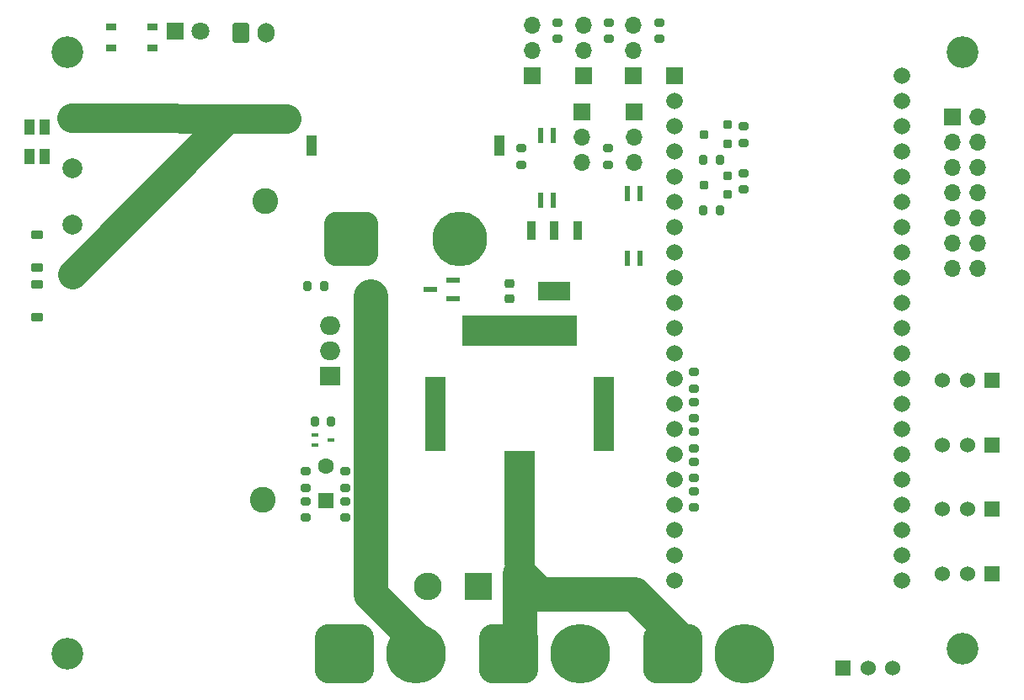
<source format=gbr>
%TF.GenerationSoftware,KiCad,Pcbnew,8.0.4*%
%TF.CreationDate,2024-08-16T06:12:58+09:00*%
%TF.ProjectId,chibarobo_board_2024,63686962-6172-46f6-926f-5f626f617264,rev?*%
%TF.SameCoordinates,Original*%
%TF.FileFunction,Soldermask,Top*%
%TF.FilePolarity,Negative*%
%FSLAX46Y46*%
G04 Gerber Fmt 4.6, Leading zero omitted, Abs format (unit mm)*
G04 Created by KiCad (PCBNEW 8.0.4) date 2024-08-16 06:12:58*
%MOMM*%
%LPD*%
G01*
G04 APERTURE LIST*
G04 Aperture macros list*
%AMRoundRect*
0 Rectangle with rounded corners*
0 $1 Rounding radius*
0 $2 $3 $4 $5 $6 $7 $8 $9 X,Y pos of 4 corners*
0 Add a 4 corners polygon primitive as box body*
4,1,4,$2,$3,$4,$5,$6,$7,$8,$9,$2,$3,0*
0 Add four circle primitives for the rounded corners*
1,1,$1+$1,$2,$3*
1,1,$1+$1,$4,$5*
1,1,$1+$1,$6,$7*
1,1,$1+$1,$8,$9*
0 Add four rect primitives between the rounded corners*
20,1,$1+$1,$2,$3,$4,$5,0*
20,1,$1+$1,$4,$5,$6,$7,0*
20,1,$1+$1,$6,$7,$8,$9,0*
20,1,$1+$1,$8,$9,$2,$3,0*%
%AMFreePoly0*
4,1,5,1.500000,-5.750000,-1.500000,-5.750000,-1.500000,5.750000,1.500000,5.750000,1.500000,-5.750000,1.500000,-5.750000,$1*%
%AMFreePoly1*
4,1,5,1.000000,-3.750000,-1.000000,-3.750000,-1.000000,3.750000,1.000000,3.750000,1.000000,-3.750000,1.000000,-3.750000,$1*%
G04 Aperture macros list end*
%ADD10C,3.500000*%
%ADD11C,0.100000*%
%ADD12C,3.000000*%
%ADD13RoundRect,0.200000X0.250000X0.200000X-0.250000X0.200000X-0.250000X-0.200000X0.250000X-0.200000X0*%
%ADD14RoundRect,0.225000X0.375000X-0.225000X0.375000X0.225000X-0.375000X0.225000X-0.375000X-0.225000X0*%
%ADD15RoundRect,0.200000X-0.275000X0.200000X-0.275000X-0.200000X0.275000X-0.200000X0.275000X0.200000X0*%
%ADD16R,1.000000X2.000000*%
%ADD17RoundRect,1.375000X-1.375000X-1.375000X1.375000X-1.375000X1.375000X1.375000X-1.375000X1.375000X0*%
%ADD18C,5.500000*%
%ADD19R,1.524000X1.524000*%
%ADD20C,1.524000*%
%ADD21RoundRect,0.200000X0.275000X-0.200000X0.275000X0.200000X-0.275000X0.200000X-0.275000X-0.200000X0*%
%ADD22R,1.700000X1.700000*%
%ADD23O,1.700000X1.700000*%
%ADD24FreePoly0,180.000000*%
%ADD25FreePoly1,180.000000*%
%ADD26FreePoly0,270.000000*%
%ADD27R,1.100000X1.500000*%
%ADD28RoundRect,0.137500X0.137500X-0.662500X0.137500X0.662500X-0.137500X0.662500X-0.137500X-0.662500X0*%
%ADD29RoundRect,0.137500X-0.137500X0.662500X-0.137500X-0.662500X0.137500X-0.662500X0.137500X0.662500X0*%
%ADD30RoundRect,0.200000X-0.200000X-0.275000X0.200000X-0.275000X0.200000X0.275000X-0.200000X0.275000X0*%
%ADD31R,0.800000X0.400000*%
%ADD32RoundRect,0.250000X-0.600000X-0.750000X0.600000X-0.750000X0.600000X0.750000X-0.600000X0.750000X0*%
%ADD33O,1.700000X2.000000*%
%ADD34C,3.200000*%
%ADD35RoundRect,1.500000X-1.500000X-1.500000X1.500000X-1.500000X1.500000X1.500000X-1.500000X1.500000X0*%
%ADD36C,6.000000*%
%ADD37R,2.800000X2.800000*%
%ADD38O,2.800000X2.800000*%
%ADD39C,2.600000*%
%ADD40RoundRect,0.225000X-0.250000X0.225000X-0.250000X-0.225000X0.250000X-0.225000X0.250000X0.225000X0*%
%ADD41R,0.950000X1.900000*%
%ADD42R,3.250000X1.900000*%
%ADD43R,1.050000X0.650000*%
%ADD44RoundRect,0.200000X0.200000X0.275000X-0.200000X0.275000X-0.200000X-0.275000X0.200000X-0.275000X0*%
%ADD45R,1.450000X0.600000*%
%ADD46R,1.665000X1.665000*%
%ADD47C,1.665000*%
%ADD48R,2.000000X1.905000*%
%ADD49O,2.000000X1.905000*%
%ADD50R,1.800000X1.800000*%
%ADD51C,1.800000*%
%ADD52R,1.600000X1.600000*%
%ADD53C,1.600000*%
%ADD54R,2.000000X2.000000*%
%ADD55C,2.000000*%
G04 APERTURE END LIST*
D10*
X135500000Y-79500000D02*
X135500000Y-109000000D01*
X152500000Y-109500000D02*
X162000000Y-109500000D01*
X162000000Y-109500000D02*
X166000000Y-113500000D01*
X150500000Y-107500000D02*
X152500000Y-109500000D01*
X135500000Y-109500000D02*
X140000000Y-114000000D01*
D11*
X135500000Y-109000000D02*
X135500000Y-109500000D01*
D10*
X150500000Y-107500000D02*
X150500000Y-115000000D01*
D12*
X120660003Y-62076941D02*
X105519551Y-77348123D01*
X127000000Y-61671369D02*
X105474633Y-61612425D01*
D13*
%TO.C,Q7*%
X171403427Y-69289513D03*
X171403427Y-67389513D03*
X169003427Y-68339513D03*
%TD*%
%TO.C,Q6*%
X171398682Y-64199293D03*
X171398682Y-62299293D03*
X168998682Y-63249293D03*
%TD*%
D14*
%TO.C,D3*%
X102000000Y-76650000D03*
X102000000Y-73350000D03*
%TD*%
D15*
%TO.C,R30*%
X168000000Y-90175000D03*
X168000000Y-91825000D03*
%TD*%
%TO.C,R23*%
X159380110Y-64675000D03*
X159380110Y-66325000D03*
%TD*%
D16*
%TO.C,J16*%
X129550000Y-64350000D03*
X148450000Y-64350000D03*
D17*
X133550000Y-73750000D03*
D18*
X144450000Y-73750000D03*
%TD*%
D19*
%TO.C,J10*%
X198000000Y-94500000D03*
D20*
X195500000Y-94500000D03*
X193000000Y-94500000D03*
%TD*%
D15*
%TO.C,R32*%
X168000000Y-93175000D03*
X168000000Y-94825000D03*
%TD*%
D21*
%TO.C,R5*%
X133000000Y-98825000D03*
X133000000Y-97175000D03*
%TD*%
D19*
%TO.C,J14*%
X183000000Y-117000000D03*
D20*
X185500000Y-117000000D03*
X188000000Y-117000000D03*
%TD*%
D22*
%TO.C,J1*%
X193997513Y-61494733D03*
D23*
X196537513Y-61494733D03*
X193997513Y-64034733D03*
X196537513Y-64034733D03*
X193997513Y-66574733D03*
X196537513Y-66574733D03*
X193997513Y-69114733D03*
X196537513Y-69114733D03*
X193997513Y-71654733D03*
X196537513Y-71654733D03*
X193997513Y-74194733D03*
X196537513Y-74194733D03*
X193997513Y-76734733D03*
X196537513Y-76734733D03*
%TD*%
D19*
%TO.C,J13*%
X198000000Y-107500000D03*
D20*
X195500000Y-107500000D03*
X193000000Y-107500000D03*
%TD*%
D24*
%TO.C,K1*%
X150500000Y-100900000D03*
D25*
X142050000Y-91400000D03*
X158950000Y-91400000D03*
D26*
X150500000Y-83000000D03*
%TD*%
D27*
%TO.C,D2*%
X101250000Y-65500000D03*
X101250000Y-62500000D03*
X102750000Y-62500000D03*
X102750000Y-65500000D03*
%TD*%
D21*
%TO.C,R11*%
X128997541Y-98831399D03*
X128997541Y-97181399D03*
%TD*%
D15*
%TO.C,R14*%
X164500000Y-52000000D03*
X164500000Y-53650000D03*
%TD*%
D28*
%TO.C,U5*%
X152627632Y-69885143D03*
X153897632Y-69885143D03*
X153897632Y-63385143D03*
X152627632Y-63385143D03*
%TD*%
D21*
%TO.C,R22*%
X173000743Y-64125149D03*
X173000743Y-62475149D03*
%TD*%
D29*
%TO.C,U4*%
X162635000Y-69250000D03*
X161365000Y-69250000D03*
X161365000Y-75750000D03*
X162635000Y-75750000D03*
%TD*%
D30*
%TO.C,R62*%
X129898893Y-92180854D03*
X131548893Y-92180854D03*
%TD*%
D15*
%TO.C,R17*%
X159448085Y-52009604D03*
X159448085Y-53659604D03*
%TD*%
D31*
%TO.C,Q15*%
X129900000Y-93500000D03*
X129900000Y-94500000D03*
X131500000Y-94000000D03*
%TD*%
D32*
%TO.C,J15*%
X122500000Y-53000000D03*
D33*
X125000000Y-53000000D03*
%TD*%
D22*
%TO.C,J2*%
X161948959Y-57363564D03*
D23*
X161948959Y-54823564D03*
X161948959Y-52283564D03*
%TD*%
D34*
%TO.C,H3*%
X105000000Y-115500000D03*
%TD*%
D22*
%TO.C,J4*%
X151768554Y-57385064D03*
D23*
X151768554Y-54845064D03*
X151768554Y-52305064D03*
%TD*%
D34*
%TO.C,H2*%
X195000000Y-55000000D03*
%TD*%
D35*
%TO.C,J9*%
X149400000Y-115500000D03*
D36*
X156600000Y-115500000D03*
%TD*%
D19*
%TO.C,J12*%
X198000000Y-101000000D03*
D20*
X195500000Y-101000000D03*
X193000000Y-101000000D03*
%TD*%
D37*
%TO.C,D8*%
X146319950Y-108748157D03*
D38*
X141239950Y-108748157D03*
%TD*%
D35*
%TO.C,J11*%
X132900000Y-115500000D03*
D36*
X140100000Y-115500000D03*
%TD*%
D22*
%TO.C,J6*%
X156776836Y-61000178D03*
D23*
X156776836Y-63540178D03*
X156776836Y-66080178D03*
%TD*%
D39*
%TO.C,HS1*%
X124687500Y-100000000D03*
X124887500Y-70000000D03*
%TD*%
D14*
%TO.C,D1*%
X102000000Y-81650000D03*
X102000000Y-78350000D03*
%TD*%
D22*
%TO.C,J5*%
X162000000Y-61000000D03*
D23*
X162000000Y-63540000D03*
X162000000Y-66080000D03*
%TD*%
D40*
%TO.C,C19*%
X149500000Y-78225000D03*
X149500000Y-79775000D03*
%TD*%
D41*
%TO.C,Q14*%
X156300000Y-72950000D03*
X154000000Y-72950000D03*
X151700000Y-72950000D03*
D42*
X154000000Y-79050000D03*
%TD*%
D15*
%TO.C,R36*%
X168000000Y-99175000D03*
X168000000Y-100825000D03*
%TD*%
D43*
%TO.C,S1*%
X109425000Y-52425000D03*
X113575000Y-52425000D03*
X109425000Y-54575000D03*
X113575000Y-54575000D03*
%TD*%
D21*
%TO.C,R25*%
X173000000Y-68825000D03*
X173000000Y-67175000D03*
%TD*%
D44*
%TO.C,R38*%
X130825000Y-78500000D03*
X129175000Y-78500000D03*
%TD*%
D15*
%TO.C,R26*%
X150693174Y-64675000D03*
X150693174Y-66325000D03*
%TD*%
D45*
%TO.C,Q12*%
X143836443Y-79814947D03*
X143836443Y-77914947D03*
X141536443Y-78864947D03*
%TD*%
D46*
%TO.C,IC1*%
X166035000Y-57325000D03*
D47*
X166035000Y-59865000D03*
X166035000Y-62405000D03*
X166035000Y-64945000D03*
X166035000Y-67485000D03*
X166035000Y-70025000D03*
X166035000Y-72565000D03*
X166035000Y-75105000D03*
X166035000Y-77645000D03*
X166035000Y-80185000D03*
X166035000Y-82725000D03*
X166035000Y-85265000D03*
X166035000Y-87805000D03*
X166035000Y-90345000D03*
X166035000Y-92885000D03*
X166035000Y-95425000D03*
X166035000Y-97965000D03*
X166035000Y-100505000D03*
X166035000Y-103045000D03*
X166035000Y-105585000D03*
X166035000Y-108125000D03*
X188895000Y-57325000D03*
X188895000Y-59865000D03*
X188895000Y-62405000D03*
X188895000Y-64945000D03*
X188895000Y-67485000D03*
X188895000Y-70025000D03*
X188895000Y-72565000D03*
X188895000Y-75105000D03*
X188895000Y-77645000D03*
X188895000Y-80185000D03*
X188895000Y-82725000D03*
X188895000Y-85265000D03*
X188895000Y-87805000D03*
X188895000Y-90345000D03*
X188895000Y-92885000D03*
X188895000Y-95425000D03*
X188895000Y-97965000D03*
X188895000Y-100505000D03*
X188895000Y-103045000D03*
X188895000Y-105585000D03*
X188895000Y-108125000D03*
%TD*%
D19*
%TO.C,J8*%
X198000000Y-88000000D03*
D20*
X195500000Y-88000000D03*
X193000000Y-88000000D03*
%TD*%
D34*
%TO.C,H4*%
X195000000Y-115000000D03*
%TD*%
D21*
%TO.C,R10*%
X129000000Y-101825000D03*
X129000000Y-100175000D03*
%TD*%
D48*
%TO.C,Q1*%
X131445000Y-87540000D03*
D49*
X131445000Y-85000000D03*
X131445000Y-82460000D03*
%TD*%
D35*
%TO.C,J7*%
X165900000Y-115500000D03*
D36*
X173100000Y-115500000D03*
%TD*%
D21*
%TO.C,R4*%
X133000000Y-101825000D03*
X133000000Y-100175000D03*
%TD*%
D15*
%TO.C,R28*%
X168000000Y-87175000D03*
X168000000Y-88825000D03*
%TD*%
D34*
%TO.C,H1*%
X105000000Y-55000000D03*
%TD*%
D22*
%TO.C,J3*%
X156911870Y-57369899D03*
D23*
X156911870Y-54829899D03*
X156911870Y-52289899D03*
%TD*%
D30*
%TO.C,R21*%
X168956806Y-65801274D03*
X170606806Y-65801274D03*
%TD*%
D50*
%TO.C,D5*%
X115828498Y-52898960D03*
D51*
X118368498Y-52898960D03*
%TD*%
D15*
%TO.C,R20*%
X154338238Y-51983808D03*
X154338238Y-53633808D03*
%TD*%
D30*
%TO.C,R24*%
X168956806Y-70876853D03*
X170606806Y-70876853D03*
%TD*%
D15*
%TO.C,R34*%
X168000000Y-96175000D03*
X168000000Y-97825000D03*
%TD*%
D52*
%TO.C,C8*%
X131000000Y-100152651D03*
D53*
X131000000Y-96652651D03*
%TD*%
D54*
%TO.C,C5*%
X105500000Y-77367677D03*
D55*
X105500000Y-72367677D03*
%TD*%
D54*
%TO.C,C4*%
X105500000Y-61632323D03*
D55*
X105500000Y-66632323D03*
%TD*%
M02*

</source>
